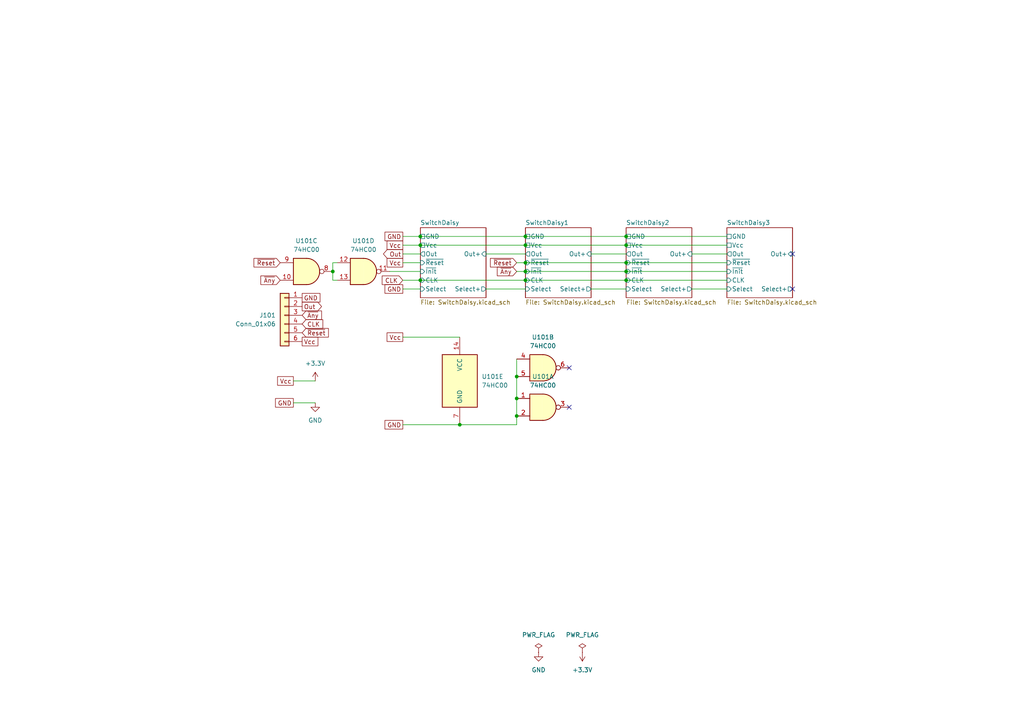
<source format=kicad_sch>
(kicad_sch (version 20231120) (generator "eeschema") (generator_version "8.0")
  (paper "A4")
  (lib_symbols
    (symbol "74xx:74HC00" (pin_names (offset 1.016))
      (property "Reference" "U" (at 0 1.27 0))
      (property "Value" "74HC00" (at 0 -1.27 0))
      (symbol "74HC00_1_1"
        (arc (start 0 -3.81) (mid 3.7934 0) (end 0 3.81) (stroke (width 0.254)) (fill (type background)))
        (polyline (pts (xy 0 3.81) (xy -3.81 3.81) (xy -3.81 -3.81) (xy 0 -3.81)) (stroke (width 0.254)) (fill (type background)))
        (pin input line (at -7.62 2.54 0) (length 3.81) (name "~") (number "1"))
        (pin input line (at -7.62 -2.54 0) (length 3.81) (name "~") (number "2"))
        (pin output inverted (at 7.62 0 180) (length 3.81) (name "~") (number "3"))
      )
      (symbol "74HC00_1_2"
        (arc (start -3.81 -3.81) (mid -2.589 0) (end -3.81 3.81) (stroke (width 0.254)))
        (arc (start -0.6096 -3.81) (mid 2.1842 -2.5851) (end 3.81 0) (stroke (width 0.254)) (fill (type background)))
        (polyline (pts (xy -3.81 -3.81) (xy -0.635 -3.81)) (stroke (width 0.254)) (fill (type background)))
        (polyline (pts (xy -3.81 3.81) (xy -0.635 3.81)) (stroke (width 0.254)) (fill (type background)))
        (polyline (pts (xy -0.635 3.81) (xy -3.81 3.81) (xy -3.81 3.81) (xy -3.556 3.4036) (xy -3.0226 2.2606) (xy -2.6924 1.0414) (xy -2.6162 -0.254) (xy -2.7686 -1.4986) (xy -3.175 -2.7178) (xy -3.81 -3.81) (xy -3.81 -3.81) (xy -0.635 -3.81)) (stroke (width -25.4)) (fill (type background)))
        (arc (start 3.81 0) (mid 2.1915 2.5936) (end -0.6096 3.81) (stroke (width 0.254)) (fill (type background)))
        (pin input inverted (at -7.62 2.54 0) (length 4.318) (name "~") (number "1"))
        (pin input inverted (at -7.62 -2.54 0) (length 4.318) (name "~") (number "2"))
        (pin output line (at 7.62 0 180) (length 3.81) (name "~") (number "3"))
      )
      (symbol "74HC00_2_1"
        (arc (start 0 -3.81) (mid 3.7934 0) (end 0 3.81) (stroke (width 0.254)) (fill (type background)))
        (polyline (pts (xy 0 3.81) (xy -3.81 3.81) (xy -3.81 -3.81) (xy 0 -3.81)) (stroke (width 0.254)) (fill (type background)))
        (pin input line (at -7.62 2.54 0) (length 3.81) (name "~") (number "4"))
        (pin input line (at -7.62 -2.54 0) (length 3.81) (name "~") (number "5"))
        (pin output inverted (at 7.62 0 180) (length 3.81) (name "~") (number "6"))
      )
      (symbol "74HC00_2_2"
        (arc (start -3.81 -3.81) (mid -2.589 0) (end -3.81 3.81) (stroke (width 0.254)))
        (arc (start -0.6096 -3.81) (mid 2.1842 -2.5851) (end 3.81 0) (stroke (width 0.254)) (fill (type background)))
        (polyline (pts (xy -3.81 -3.81) (xy -0.635 -3.81)) (stroke (width 0.254)) (fill (type background)))
        (polyline (pts (xy -3.81 3.81) (xy -0.635 3.81)) (stroke (width 0.254)) (fill (type background)))
        (polyline (pts (xy -0.635 3.81) (xy -3.81 3.81) (xy -3.81 3.81) (xy -3.556 3.4036) (xy -3.0226 2.2606) (xy -2.6924 1.0414) (xy -2.6162 -0.254) (xy -2.7686 -1.4986) (xy -3.175 -2.7178) (xy -3.81 -3.81) (xy -3.81 -3.81) (xy -0.635 -3.81)) (stroke (width -25.4)) (fill (type background)))
        (arc (start 3.81 0) (mid 2.1915 2.5936) (end -0.6096 3.81) (stroke (width 0.254)) (fill (type background)))
        (pin input inverted (at -7.62 2.54 0) (length 4.318) (name "~") (number "4"))
        (pin input inverted (at -7.62 -2.54 0) (length 4.318) (name "~") (number "5"))
        (pin output line (at 7.62 0 180) (length 3.81) (name "~") (number "6"))
      )
      (symbol "74HC00_3_1"
        (arc (start 0 -3.81) (mid 3.7934 0) (end 0 3.81) (stroke (width 0.254)) (fill (type background)))
        (polyline (pts (xy 0 3.81) (xy -3.81 3.81) (xy -3.81 -3.81) (xy 0 -3.81)) (stroke (width 0.254)) (fill (type background)))
        (pin input line (at -7.62 -2.54 0) (length 3.81) (name "~") (number "10"))
        (pin output inverted (at 7.62 0 180) (length 3.81) (name "~") (number "8"))
        (pin input line (at -7.62 2.54 0) (length 3.81) (name "~") (number "9"))
      )
      (symbol "74HC00_3_2"
        (arc (start -3.81 -3.81) (mid -2.589 0) (end -3.81 3.81) (stroke (width 0.254)))
        (arc (start -0.6096 -3.81) (mid 2.1842 -2.5851) (end 3.81 0) (stroke (width 0.254)) (fill (type background)))
        (polyline (pts (xy -3.81 -3.81) (xy -0.635 -3.81)) (stroke (width 0.254)) (fill (type background)))
        (polyline (pts (xy -3.81 3.81) (xy -0.635 3.81)) (stroke (width 0.254)) (fill (type background)))
        (polyline (pts (xy -0.635 3.81) (xy -3.81 3.81) (xy -3.81 3.81) (xy -3.556 3.4036) (xy -3.0226 2.2606) (xy -2.6924 1.0414) (xy -2.6162 -0.254) (xy -2.7686 -1.4986) (xy -3.175 -2.7178) (xy -3.81 -3.81) (xy -3.81 -3.81) (xy -0.635 -3.81)) (stroke (width -25.4)) (fill (type background)))
        (arc (start 3.81 0) (mid 2.1915 2.5936) (end -0.6096 3.81) (stroke (width 0.254)) (fill (type background)))
        (pin input inverted (at -7.62 -2.54 0) (length 4.318) (name "~") (number "10"))
        (pin output line (at 7.62 0 180) (length 3.81) (name "~") (number "8"))
        (pin input inverted (at -7.62 2.54 0) (length 4.318) (name "~") (number "9"))
      )
      (symbol "74HC00_4_1"
        (arc (start 0 -3.81) (mid 3.7934 0) (end 0 3.81) (stroke (width 0.254)) (fill (type background)))
        (polyline (pts (xy 0 3.81) (xy -3.81 3.81) (xy -3.81 -3.81) (xy 0 -3.81)) (stroke (width 0.254)) (fill (type background)))
        (pin output inverted (at 7.62 0 180) (length 3.81) (name "~") (number "11"))
        (pin input line (at -7.62 2.54 0) (length 3.81) (name "~") (number "12"))
        (pin input line (at -7.62 -2.54 0) (length 3.81) (name "~") (number "13"))
      )
      (symbol "74HC00_4_2"
        (arc (start -3.81 -3.81) (mid -2.589 0) (end -3.81 3.81) (stroke (width 0.254)))
        (arc (start -0.6096 -3.81) (mid 2.1842 -2.5851) (end 3.81 0) (stroke (width 0.254)) (fill (type background)))
        (polyline (pts (xy -3.81 -3.81) (xy -0.635 -3.81)) (stroke (width 0.254)) (fill (type background)))
        (polyline (pts (xy -3.81 3.81) (xy -0.635 3.81)) (stroke (width 0.254)) (fill (type background)))
        (polyline (pts (xy -0.635 3.81) (xy -3.81 3.81) (xy -3.81 3.81) (xy -3.556 3.4036) (xy -3.0226 2.2606) (xy -2.6924 1.0414) (xy -2.6162 -0.254) (xy -2.7686 -1.4986) (xy -3.175 -2.7178) (xy -3.81 -3.81) (xy -3.81 -3.81) (xy -0.635 -3.81)) (stroke (width -25.4)) (fill (type background)))
        (arc (start 3.81 0) (mid 2.1915 2.5936) (end -0.6096 3.81) (stroke (width 0.254)) (fill (type background)))
        (pin output line (at 7.62 0 180) (length 3.81) (name "~") (number "11"))
        (pin input inverted (at -7.62 2.54 0) (length 4.318) (name "~") (number "12"))
        (pin input inverted (at -7.62 -2.54 0) (length 4.318) (name "~") (number "13"))
      )
      (symbol "74HC00_5_0"
        (pin power_in line (at 0 12.7 270) (length 5.08) (name "VCC") (number "14"))
        (pin power_in line (at 0 -12.7 90) (length 5.08) (name "GND") (number "7"))
      )
      (symbol "74HC00_5_1"
        (rectangle (start -5.08 7.62) (end 5.08 -7.62) (stroke (width 0.254)) (fill (type background)))
      )
    )
    (symbol "Connector_Generic:Conn_01x06" (pin_names (offset 1.016) hide)
      (property "Reference" "J" (at 0 7.62 0))
      (property "Value" "Conn_01x06" (at 0 -10.16 0))
      (symbol "Conn_01x06_1_1"
        (rectangle (start -1.27 -7.493) (end 0 -7.747) (stroke (width 0.1524)))
        (rectangle (start -1.27 -4.953) (end 0 -5.207) (stroke (width 0.1524)))
        (rectangle (start -1.27 -2.413) (end 0 -2.667) (stroke (width 0.1524)))
        (rectangle (start -1.27 0.127) (end 0 -0.127) (stroke (width 0.1524)))
        (rectangle (start -1.27 2.667) (end 0 2.413) (stroke (width 0.1524)))
        (rectangle (start -1.27 5.207) (end 0 4.953) (stroke (width 0.1524)))
        (rectangle (start -1.27 6.35) (end 1.27 -8.89) (stroke (width 0.254)) (fill (type background)))
        (pin passive line (at -5.08 5.08 0) (length 3.81) (name "Pin_1") (number "1"))
        (pin passive line (at -5.08 2.54 0) (length 3.81) (name "Pin_2") (number "2"))
        (pin passive line (at -5.08 0 0) (length 3.81) (name "Pin_3") (number "3"))
        (pin passive line (at -5.08 -2.54 0) (length 3.81) (name "Pin_4") (number "4"))
        (pin passive line (at -5.08 -5.08 0) (length 3.81) (name "Pin_5") (number "5"))
        (pin passive line (at -5.08 -7.62 0) (length 3.81) (name "Pin_6") (number "6"))
      )
    )
    (symbol "power:+3.3V" (power) (pin_numbers hide) (pin_names (offset 0) hide)
      (property "Value" "+3.3V" (at 0 3.556 0))
      (symbol "+3.3V_0_1"
        (polyline (pts (xy -0.762 1.27) (xy 0 2.54)))
        (polyline (pts (xy 0 0) (xy 0 2.54)))
        (polyline (pts (xy 0 2.54) (xy 0.762 1.27)))
      )
      (symbol "+3.3V_1_1"
        (pin power_in line (at 0 0 90) (length 0) (name "~") (number "1"))
      )
    )
    (symbol "power:GND" (power) (pin_numbers hide) (pin_names (offset 0) hide)
      (property "Value" "GND" (at 0 -3.81 0))
      (symbol "GND_0_1"
        (polyline (pts (xy 0 0) (xy 0 -1.27) (xy 1.27 -1.27) (xy 0 -2.54) (xy -1.27 -1.27) (xy 0 -1.27)))
      )
      (symbol "GND_1_1"
        (pin power_in line (at 0 0 270) (length 0) (name "~") (number "1"))
      )
    )
    (symbol "power:PWR_FLAG" (power) (pin_numbers hide) (pin_names (offset 0) hide)
      (property "Value" "PWR_FLAG" (at 0 3.81 0))
      (symbol "PWR_FLAG_0_0"
        (pin power_out line (at 0 0 90) (length 0) (name "~") (number "1"))
      )
      (symbol "PWR_FLAG_0_1"
        (polyline (pts (xy 0 0) (xy 0 1.27) (xy -1.016 1.905) (xy 0 2.54) (xy 1.016 1.905) (xy 0 1.27)))
      )
    )
  )
  (junction (at 181.61 76.2))
  (junction (at 181.61 81.28))
  (junction (at 133.35 123.19))
  (junction (at 149.86 109.22))
  (junction (at 149.86 120.65))
  (junction (at 181.61 71.12))
  (junction (at 121.92 81.28))
  (junction (at 152.4 81.28))
  (junction (at 149.86 115.57))
  (junction (at 181.61 78.74))
  (junction (at 152.4 68.58))
  (junction (at 96.52 78.74))
  (junction (at 152.4 78.74))
  (junction (at 121.92 71.12))
  (junction (at 152.4 76.2))
  (junction (at 121.92 68.58))
  (junction (at 181.61 68.58))
  (junction (at 152.4 71.12))
  (no_connect (at 229.87 83.82))
  (no_connect (at 165.1 106.68))
  (no_connect (at 165.1 118.11))
  (no_connect (at 229.87 73.66))
  (wire (pts (xy 97.79 76.2) (xy 96.52 76.2)))
  (wire (pts (xy 96.52 81.28) (xy 96.52 78.74)))
  (wire (pts (xy 116.84 76.2) (xy 121.92 76.2)))
  (wire (pts (xy 152.4 71.12) (xy 181.61 71.12)))
  (wire (pts (xy 116.84 81.28) (xy 121.92 81.28)))
  (wire (pts (xy 200.66 73.66) (xy 210.82 73.66)))
  (wire (pts (xy 121.92 71.12) (xy 152.4 71.12)))
  (wire (pts (xy 116.84 123.19) (xy 133.35 123.19)))
  (wire (pts (xy 181.61 76.2) (xy 210.82 76.2)))
  (wire (pts (xy 133.35 123.19) (xy 149.86 123.19)))
  (wire (pts (xy 85.09 116.84) (xy 91.44 116.84)))
  (wire (pts (xy 140.97 83.82) (xy 152.4 83.82)))
  (wire (pts (xy 85.09 110.49) (xy 91.44 110.49)))
  (wire (pts (xy 152.4 78.74) (xy 181.61 78.74)))
  (wire (pts (xy 149.86 76.2) (xy 152.4 76.2)))
  (wire (pts (xy 171.45 83.82) (xy 181.61 83.82)))
  (wire (pts (xy 181.61 71.12) (xy 210.82 71.12)))
  (wire (pts (xy 121.92 68.58) (xy 152.4 68.58)))
  (wire (pts (xy 116.84 83.82) (xy 121.92 83.82)))
  (wire (pts (xy 149.86 109.22) (xy 149.86 104.14)))
  (wire (pts (xy 200.66 83.82) (xy 210.82 83.82)))
  (wire (pts (xy 97.79 81.28) (xy 96.52 81.28)))
  (wire (pts (xy 152.4 68.58) (xy 181.61 68.58)))
  (wire (pts (xy 116.84 73.66) (xy 121.92 73.66)))
  (wire (pts (xy 181.61 78.74) (xy 210.82 78.74)))
  (wire (pts (xy 121.92 81.28) (xy 152.4 81.28)))
  (wire (pts (xy 116.84 97.79) (xy 133.35 97.79)))
  (wire (pts (xy 152.4 76.2) (xy 181.61 76.2)))
  (wire (pts (xy 149.86 78.74) (xy 152.4 78.74)))
  (wire (pts (xy 149.86 115.57) (xy 149.86 109.22)))
  (wire (pts (xy 181.61 81.28) (xy 210.82 81.28)))
  (wire (pts (xy 152.4 81.28) (xy 181.61 81.28)))
  (wire (pts (xy 181.61 68.58) (xy 210.82 68.58)))
  (wire (pts (xy 96.52 76.2) (xy 96.52 78.74)))
  (wire (pts (xy 149.86 123.19) (xy 149.86 120.65)))
  (wire (pts (xy 116.84 68.58) (xy 121.92 68.58)))
  (wire (pts (xy 116.84 71.12) (xy 121.92 71.12)))
  (wire (pts (xy 171.45 73.66) (xy 181.61 73.66)))
  (wire (pts (xy 113.03 78.74) (xy 121.92 78.74)))
  (wire (pts (xy 140.97 73.66) (xy 152.4 73.66)))
  (wire (pts (xy 149.86 120.65) (xy 149.86 115.57)))
  (global_label "Vcc" (shape passive) (at 116.84 71.12 180) (property "Intersheetrefs" "${INTERSHEET_REFS}" (effects (hide yes))))
  (global_label "GND" (shape passive) (at 116.84 68.58 180) (property "Intersheetrefs" "${INTERSHEET_REFS}" (effects (hide yes))))
  (global_label "GND" (shape passive) (at 116.84 123.19 180) (property "Intersheetrefs" "${INTERSHEET_REFS}" (effects (hide yes))))
  (global_label "~{Any}" (shape input) (at 149.86 78.74 180) (property "Intersheetrefs" "${INTERSHEET_REFS}" (effects (hide yes))))
  (global_label "Vcc" (shape passive) (at 85.09 110.49 180) (property "Intersheetrefs" "${INTERSHEET_REFS}" (effects (hide yes))))
  (global_label "~{Reset}" (shape input) (at 87.63 96.52 0) (property "Intersheetrefs" "${INTERSHEET_REFS}" (effects (hide yes))))
  (global_label "Out" (shape output) (at 87.63 88.9 0) (property "Intersheetrefs" "${INTERSHEET_REFS}" (effects (hide yes))))
  (global_label "GND" (shape passive) (at 85.09 116.84 180) (property "Intersheetrefs" "${INTERSHEET_REFS}" (effects (hide yes))))
  (global_label "CLK" (shape input) (at 116.84 81.28 180) (property "Intersheetrefs" "${INTERSHEET_REFS}" (effects (hide yes))))
  (global_label "~{Any}" (shape input) (at 87.63 91.44 0) (property "Intersheetrefs" "${INTERSHEET_REFS}" (effects (hide yes))))
  (global_label "~{Reset}" (shape input) (at 81.28 76.2 180) (property "Intersheetrefs" "${INTERSHEET_REFS}" (effects (hide yes))))
  (global_label "~{Any}" (shape input) (at 81.28 81.28 180) (property "Intersheetrefs" "${INTERSHEET_REFS}" (effects (hide yes))))
  (global_label "CLK" (shape input) (at 87.63 93.98 0) (property "Intersheetrefs" "${INTERSHEET_REFS}" (effects (hide yes))))
  (global_label "GND" (shape passive) (at 116.84 83.82 180) (property "Intersheetrefs" "${INTERSHEET_REFS}" (effects (hide yes))))
  (global_label "Vcc" (shape passive) (at 116.84 97.79 180) (property "Intersheetrefs" "${INTERSHEET_REFS}" (effects (hide yes))))
  (global_label "~{Reset}" (shape input) (at 149.86 76.2 180) (property "Intersheetrefs" "${INTERSHEET_REFS}" (effects (hide yes))))
  (global_label "Vcc" (shape passive) (at 87.63 99.06 0) (property "Intersheetrefs" "${INTERSHEET_REFS}" (effects (hide yes))))
  (global_label "Out" (shape output) (at 116.84 73.66 180) (property "Intersheetrefs" "${INTERSHEET_REFS}" (effects (hide yes))))
  (global_label "Vcc" (shape passive) (at 116.84 76.2 180) (property "Intersheetrefs" "${INTERSHEET_REFS}" (effects (hide yes))))
  (global_label "GND" (shape passive) (at 87.63 86.36 0) (property "Intersheetrefs" "${INTERSHEET_REFS}" (effects (hide yes))))
  (symbol (lib_id "74xx:74HC00") (at 157.48 106.68 0) (unit 2)
    (property "Reference" "U101" (at 157.4717 97.79 0))
    (property "Value" "74HC00" (at 157.4717 100.33 0))
    (property "Footprint" "Package_DFN_QFN:WQFN-14-1EP_2.5x2.5mm_P0.5mm_EP1.45x1.45mm" (effects (hide yes)))
    (property "Datasheet" "http://www.ti.com/lit/gpn/sn74hc00" (effects (hide yes)))
    (property "Description" "quad 2-input NAND gate" (effects (hide yes)))
    (property "Manufacturer Part number" "SN74HCS00BQAR" (effects (hide yes)))
    (property "Original" "N" (effects (hide yes)))
    (property "Purchase Link" "https://www.digikey.com/en/products/detail/texas-instruments/SN74HCS00BQAR/13896419" (effects (hide yes)))
  )
  (symbol (lib_id "74xx:74HC00") (at 157.48 118.11 0) (unit 1)
    (property "Reference" "U101" (at 157.4717 109.22 0))
    (property "Value" "74HC00" (at 157.4717 111.76 0))
    (property "Footprint" "Package_DFN_QFN:WQFN-14-1EP_2.5x2.5mm_P0.5mm_EP1.45x1.45mm" (effects (hide yes)))
    (property "Datasheet" "http://www.ti.com/lit/gpn/sn74hc00" (effects (hide yes)))
    (property "Description" "quad 2-input NAND gate" (effects (hide yes)))
    (property "Manufacturer Part number" "SN74HCS00BQAR" (effects (hide yes)))
    (property "Original" "N" (effects (hide yes)))
    (property "Purchase Link" "https://www.digikey.com/en/products/detail/texas-instruments/SN74HCS00BQAR/13896419" (effects (hide yes)))
  )
  (symbol (lib_id "74xx:74HC00") (at 105.41 78.74 0) (unit 4)
    (property "Reference" "U101" (at 105.4017 69.85 0))
    (property "Value" "74HC00" (at 105.4017 72.39 0))
    (property "Footprint" "Package_DFN_QFN:WQFN-14-1EP_2.5x2.5mm_P0.5mm_EP1.45x1.45mm" (effects (hide yes)))
    (property "Datasheet" "http://www.ti.com/lit/gpn/sn74hc00" (effects (hide yes)))
    (property "Description" "quad 2-input NAND gate" (effects (hide yes)))
    (property "Manufacturer Part number" "SN74HCS00BQAR" (effects (hide yes)))
    (property "Original" "N" (effects (hide yes)))
    (property "Purchase Link" "https://www.digikey.com/en/products/detail/texas-instruments/SN74HCS00BQAR/13896419" (effects (hide yes)))
  )
  (symbol (lib_id "power:GND") (at 91.44 116.84 0) (unit 1)
    (property "Reference" "#PWR0102" (effects (hide yes)))
    (property "Value" "GND" (at 91.44 121.92 0))
    (property "Description" "Power symbol creates a global label with name \"GND\" , ground" (effects (hide yes)))
  )
  (symbol (lib_id "power:PWR_FLAG") (at 156.21 189.23 0) (unit 1)
    (property "Reference" "#FLG0101" (effects (hide yes)))
    (property "Value" "PWR_FLAG" (at 156.21 184.15 0))
    (property "Description" "Special symbol for telling ERC where power comes from" (effects (hide yes)))
  )
  (symbol (lib_id "74xx:74HC00") (at 133.35 110.49 0) (unit 5)
    (property "Reference" "U101" (at 139.7 109.2199 0) (effects (justify left)))
    (property "Value" "74HC00" (at 139.7 111.7599 0) (effects (justify left)))
    (property "Footprint" "Package_DFN_QFN:WQFN-14-1EP_2.5x2.5mm_P0.5mm_EP1.45x1.45mm" (effects (hide yes)))
    (property "Datasheet" "http://www.ti.com/lit/gpn/sn74hc00" (effects (hide yes)))
    (property "Description" "quad 2-input NAND gate" (effects (hide yes)))
    (property "Manufacturer Part number" "SN74HCS00BQAR" (effects (hide yes)))
    (property "Original" "N" (effects (hide yes)))
    (property "Purchase Link" "https://www.digikey.com/en/products/detail/texas-instruments/SN74HCS00BQAR/13896419" (effects (hide yes)))
  )
  (symbol (lib_id "power:GND") (at 156.21 189.23 0) (unit 1)
    (property "Reference" "#PWR0103" (effects (hide yes)))
    (property "Value" "GND" (at 156.21 194.31 0))
    (property "Description" "Power symbol creates a global label with name \"GND\" , ground" (effects (hide yes)))
  )
  (symbol (lib_id "power:+3.3V") (at 168.91 189.23 0) (mirror x) (unit 1)
    (property "Reference" "#PWR0104" (effects (hide yes)))
    (property "Value" "+3.3V" (at 168.91 194.31 0))
    (property "Description" "Power symbol creates a global label with name \"+3.3V\"" (effects (hide yes)))
  )
  (symbol (lib_id "power:PWR_FLAG") (at 168.91 189.23 0) (unit 1)
    (property "Reference" "#FLG0102" (effects (hide yes)))
    (property "Value" "PWR_FLAG" (at 168.91 184.15 0))
    (property "Description" "Special symbol for telling ERC where power comes from" (effects (hide yes)))
  )
  (symbol (lib_id "Connector_Generic:Conn_01x06") (at 82.55 91.44 0) (mirror y) (unit 1)
    (property "Reference" "J101" (at 80.01 91.4399 0) (effects (justify left)))
    (property "Value" "Conn_01x06" (at 80.01 93.9799 0) (effects (justify left)))
    (property "Footprint" "Connector_FFC-FPC:Molex_200528-0060_1x06-1MP_P1.00mm_Horizontal" (effects (hide yes)))
    (property "Description" "CONN FFC FPC BOTTOM 6POS 1MM R/A" (effects (hide yes)))
    (property "Manufacturer Part number" "2005280060" (effects (hide yes)))
    (property "Original" "N" (effects (hide yes)))
    (property "Purchase Link" "https://www.digikey.com/en/products/detail/molex/2005280060/6099556" (effects (hide yes)))
  )
  (symbol (lib_id "74xx:74HC00") (at 88.9 78.74 0) (unit 3)
    (property "Reference" "U101" (at 88.8917 69.85 0))
    (property "Value" "74HC00" (at 88.8917 72.39 0))
    (property "Footprint" "Package_DFN_QFN:WQFN-14-1EP_2.5x2.5mm_P0.5mm_EP1.45x1.45mm" (effects (hide yes)))
    (property "Datasheet" "http://www.ti.com/lit/gpn/sn74hc00" (effects (hide yes)))
    (property "Description" "quad 2-input NAND gate" (effects (hide yes)))
    (property "Manufacturer Part number" "SN74HCS00BQAR" (effects (hide yes)))
    (property "Original" "N" (effects (hide yes)))
    (property "Purchase Link" "https://www.digikey.com/en/products/detail/texas-instruments/SN74HCS00BQAR/13896419" (effects (hide yes)))
  )
  (symbol (lib_id "power:+3.3V") (at 91.44 110.49 0) (unit 1)
    (property "Reference" "#PWR0101" (effects (hide yes)))
    (property "Value" "+3.3V" (at 91.44 105.41 0))
    (property "Description" "Power symbol creates a global label with name \"+3.3V\"" (effects (hide yes)))
  )
  (sheet (at 121.92 66.04) (size 19.05 20.32) (stroke (width 0.1524))
    (property "Sheetname" "SwitchDaisy" (at 121.92 65.3284 0) (effects (justify left bottom)))
    (property "Sheetfile" "SwitchDaisy.kicad_sch" (at 121.92 86.9446 0) (effects (justify left top)))
    (pin "Out" output (at 121.92 73.66 180))
    (pin "Vcc" passive (at 121.92 71.12 180))
    (pin "GND" passive (at 121.92 68.58 180))
    (pin "CLK" input (at 121.92 81.28 180))
    (pin "Select" input (at 121.92 83.82 180))
    (pin "Select+" output (at 140.97 83.82 0))
    (pin "~{Init}" input (at 121.92 78.74 180))
    (pin "Out+" input (at 140.97 73.66 0))
    (pin "~{Reset}" input (at 121.92 76.2 180))
  )
  (sheet (at 152.4 66.04) (size 19.05 20.32) (stroke (width 0.1524))
    (property "Sheetname" "SwitchDaisy1" (at 152.4 65.3284 0) (effects (justify left bottom)))
    (property "Sheetfile" "SwitchDaisy.kicad_sch" (at 152.4 86.9446 0) (effects (justify left top)))
    (pin "Out" output (at 152.4 73.66 180))
    (pin "Vcc" passive (at 152.4 71.12 180))
    (pin "GND" passive (at 152.4 68.58 180))
    (pin "CLK" input (at 152.4 81.28 180))
    (pin "Select" input (at 152.4 83.82 180))
    (pin "Select+" output (at 171.45 83.82 0))
    (pin "~{Init}" input (at 152.4 78.74 180))
    (pin "Out+" input (at 171.45 73.66 0))
    (pin "~{Reset}" input (at 152.4 76.2 180))
  )
  (sheet (at 181.61 66.04) (size 19.05 20.32) (stroke (width 0.1524))
    (property "Sheetname" "SwitchDaisy2" (at 181.61 65.3284 0) (effects (justify left bottom)))
    (property "Sheetfile" "SwitchDaisy.kicad_sch" (at 181.61 86.9446 0) (effects (justify left top)))
    (pin "Out" output (at 181.61 73.66 180))
    (pin "Vcc" passive (at 181.61 71.12 180))
    (pin "GND" passive (at 181.61 68.58 180))
    (pin "CLK" input (at 181.61 81.28 180))
    (pin "Select" input (at 181.61 83.82 180))
    (pin "Select+" output (at 200.66 83.82 0))
    (pin "~{Init}" input (at 181.61 78.74 180))
    (pin "Out+" input (at 200.66 73.66 0))
    (pin "~{Reset}" input (at 181.61 76.2 180))
  )
  (sheet (at 210.82 66.04) (size 19.05 20.32) (stroke (width 0.1524))
    (property "Sheetname" "SwitchDaisy3" (at 210.82 65.3284 0) (effects (justify left bottom)))
    (property "Sheetfile" "SwitchDaisy.kicad_sch" (at 210.82 86.9446 0) (effects (justify left top)))
    (pin "Out" output (at 210.82 73.66 180))
    (pin "Vcc" passive (at 210.82 71.12 180))
    (pin "GND" passive (at 210.82 68.58 180))
    (pin "CLK" input (at 210.82 81.28 180))
    (pin "Select" input (at 210.82 83.82 180))
    (pin "Select+" output (at 229.87 83.82 0))
    (pin "~{Init}" input (at 210.82 78.74 180))
    (pin "Out+" input (at 229.87 73.66 0))
    (pin "~{Reset}" input (at 210.82 76.2 180))
  )
)
</source>
